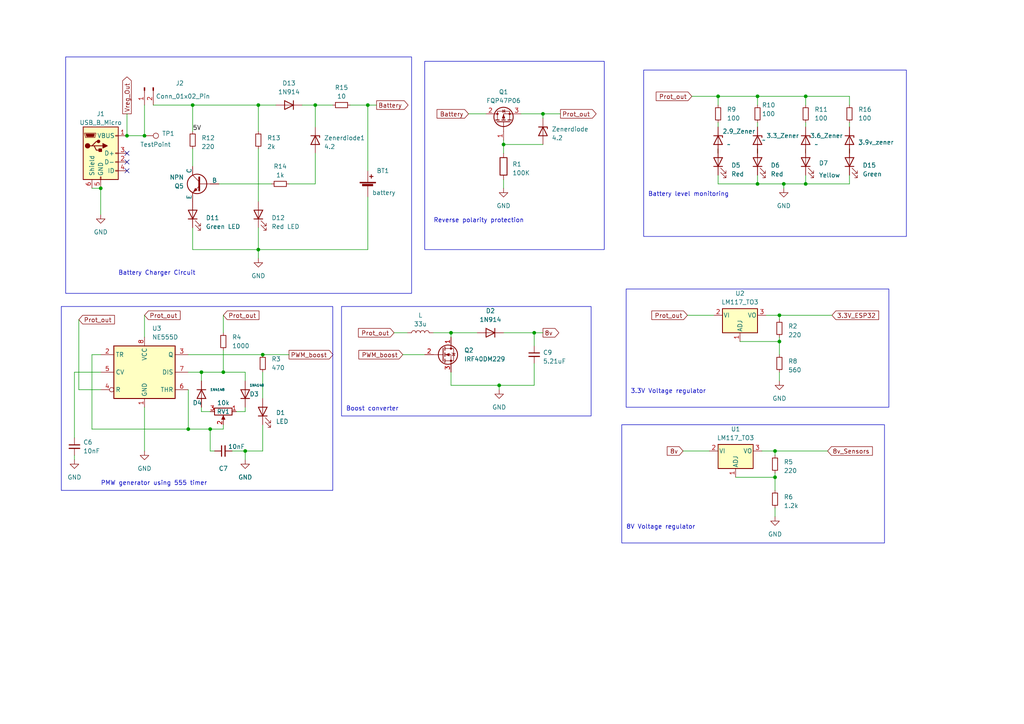
<source format=kicad_sch>
(kicad_sch (version 20230121) (generator eeschema)
  (paper "A4")
  (title_block (title "Group_03_Power_Submodule_design") (date "15/04/2024") (rev "1") (company "University Of Cape town ") (comment 1 "Loic Kibambo"))
  (lib_symbols
    (symbol "Connector:Conn_01x02_Pin" (pin_names (offset 1.016) hide)
      (property "Reference" "J" (at 0 2.54 0))
      (property "Value" "Conn_01x02_Pin" (at 0 -5.08 0))
      (symbol "Conn_01x02_Pin_1_1"
        (polyline (pts (xy 1.27 -2.54) (xy 0.8636 -2.54)) (stroke (width 0.1524)))
        (polyline (pts (xy 1.27 0) (xy 0.8636 0)) (stroke (width 0.1524)))
        (rectangle (start 0.8636 -2.413) (end 0 -2.667) (stroke (width 0.1524)) (fill (type outline)))
        (rectangle (start 0.8636 0.127) (end 0 -0.127) (stroke (width 0.1524)) (fill (type outline)))
        (pin passive line (at 5.08 0 180) (length 3.81) (name "Pin_1") (number "1"))
        (pin passive line (at 5.08 -2.54 180) (length 3.81) (name "Pin_2") (number "2"))
      )
    )
    (symbol "Connector:TestPoint" (pin_numbers hide) (pin_names (offset 0.762) hide)
      (property "Reference" "TP" (at 0 6.858 0))
      (property "Value" "TestPoint" (at 0 5.08 0))
      (symbol "TestPoint_0_1"
        (circle (center 0 3.302) (radius 0.762))
      )
      (symbol "TestPoint_1_1"
        (pin passive line (at 0 0 90) (length 2.54) (name "1") (number "1"))
      )
    )
    (symbol "Connector:USB_B_Micro" (pin_names (offset 1.016))
      (property "Reference" "J" (at -5.08 11.43 0))
      (property "Value" "USB_B_Micro" (at -5.08 8.89 0))
      (symbol "USB_B_Micro_0_1"
        (rectangle (start -5.08 -7.62) (end 5.08 7.62) (stroke (width 0.254)) (fill (type background)))
        (circle (center -3.81 2.159) (radius 0.635) (stroke (width 0.254)) (fill (type outline)))
        (circle (center -0.635 3.429) (radius 0.381) (stroke (width 0.254)) (fill (type outline)))
        (rectangle (start -0.127 -7.62) (end 0.127 -6.858))
        (polyline (pts (xy -1.905 2.159) (xy 0.635 2.159)) (stroke (width 0.254)))
        (polyline (pts (xy -3.175 2.159) (xy -2.54 2.159) (xy -1.27 3.429) (xy -0.635 3.429)) (stroke (width 0.254)))
        (polyline (pts (xy -2.54 2.159) (xy -1.905 2.159) (xy -1.27 0.889) (xy 0 0.889)) (stroke (width 0.254)))
        (polyline (pts (xy 0.635 2.794) (xy 0.635 1.524) (xy 1.905 2.159) (xy 0.635 2.794)) (stroke (width 0.254)) (fill (type outline)))
        (polyline (pts (xy -4.318 5.588) (xy -1.778 5.588) (xy -2.032 4.826) (xy -4.064 4.826) (xy -4.318 5.588)) (fill (type outline)))
        (polyline (pts (xy -4.699 5.842) (xy -4.699 5.588) (xy -4.445 4.826) (xy -4.445 4.572) (xy -1.651 4.572) (xy -1.651 4.826) (xy -1.397 5.588) (xy -1.397 5.842) (xy -4.699 5.842)))
        (rectangle (start 0.254 1.27) (end -0.508 0.508) (stroke (width 0.254)) (fill (type outline)))
        (rectangle (start 5.08 -5.207) (end 4.318 -4.953))
        (rectangle (start 5.08 -2.667) (end 4.318 -2.413))
        (rectangle (start 5.08 -0.127) (end 4.318 0.127))
        (rectangle (start 5.08 4.953) (end 4.318 5.207))
      )
      (symbol "USB_B_Micro_1_1"
        (pin power_out line (at 7.62 5.08 180) (length 2.54) (name "VBUS") (number "1"))
        (pin bidirectional line (at 7.62 -2.54 180) (length 2.54) (name "D-") (number "2"))
        (pin bidirectional line (at 7.62 0 180) (length 2.54) (name "D+") (number "3"))
        (pin passive line (at 7.62 -5.08 180) (length 2.54) (name "ID") (number "4"))
        (pin power_out line (at 0 -10.16 90) (length 2.54) (name "GND") (number "5"))
        (pin passive line (at -2.54 -10.16 90) (length 2.54) (name "Shield") (number "6"))
      )
    )
    (symbol "Device:Battery_Cell" (pin_numbers hide) (pin_names (offset 0) hide)
      (property "Reference" "BT" (at 2.54 2.54 0))
      (property "Value" "Battery_Cell" (at 2.54 0 0))
      (symbol "Battery_Cell_0_1"
        (rectangle (start -2.286 1.778) (end 2.286 1.524) (fill (type outline)))
        (rectangle (start -1.5748 1.1938) (end 1.4732 0.6858) (fill (type outline)))
        (polyline (pts (xy 0 0.762) (xy 0 0)))
        (polyline (pts (xy 0 1.778) (xy 0 2.54)))
        (polyline (pts (xy 0.508 3.429) (xy 1.524 3.429)) (stroke (width 0.254)))
        (polyline (pts (xy 1.016 3.937) (xy 1.016 2.921)) (stroke (width 0.254)))
      )
      (symbol "Battery_Cell_1_1"
        (pin passive line (at 0 5.08 270) (length 2.54) (name "+") (number "1"))
        (pin passive line (at 0 -2.54 90) (length 2.54) (name "-") (number "2"))
      )
    )
    (symbol "Device:C_Small" (pin_numbers hide) (pin_names (offset 0.254) hide)
      (property "Reference" "C" (at 0.254 1.778 0))
      (property "Value" "C_Small" (at 0.254 -2.032 0))
      (symbol "C_Small_0_1"
        (polyline (pts (xy -1.524 -0.508) (xy 1.524 -0.508)) (stroke (width 0.3302)))
        (polyline (pts (xy -1.524 0.508) (xy 1.524 0.508)) (stroke (width 0.3048)))
      )
      (symbol "C_Small_1_1"
        (pin passive line (at 0 2.54 270) (length 2.032) (name "~") (number "1"))
        (pin passive line (at 0 -2.54 90) (length 2.032) (name "~") (number "2"))
      )
    )
    (symbol "Device:D_Zener" (pin_numbers hide) (pin_names (offset 1.016) hide)
      (property "Reference" "D" (at 0 2.54 0))
      (property "Value" "D_Zener" (at 0 -2.54 0))
      (symbol "D_Zener_0_1"
        (polyline (pts (xy 1.27 0) (xy -1.27 0)))
        (polyline (pts (xy -1.27 -1.27) (xy -1.27 1.27) (xy -0.762 1.27)) (stroke (width 0.254)))
        (polyline (pts (xy 1.27 -1.27) (xy 1.27 1.27) (xy -1.27 0) (xy 1.27 -1.27)) (stroke (width 0.254)))
      )
      (symbol "D_Zener_1_1"
        (pin passive line (at -3.81 0 0) (length 2.54) (name "K") (number "1"))
        (pin passive line (at 3.81 0 180) (length 2.54) (name "A") (number "2"))
      )
    )
    (symbol "Device:L" (pin_numbers hide) (pin_names (offset 1.016) hide)
      (property "Reference" "L" (at -1.27 0 90))
      (property "Value" "L" (at 1.905 0 90))
      (symbol "L_0_1"
        (arc (start 0 -2.54) (mid 0.6323 -1.905) (end 0 -1.27))
        (arc (start 0 -1.27) (mid 0.6323 -0.635) (end 0 0))
        (arc (start 0 0) (mid 0.6323 0.635) (end 0 1.27))
        (arc (start 0 1.27) (mid 0.6323 1.905) (end 0 2.54))
      )
      (symbol "L_1_1"
        (pin passive line (at 0 3.81 270) (length 1.27) (name "1") (number "1"))
        (pin passive line (at 0 -3.81 90) (length 1.27) (name "2") (number "2"))
      )
    )
    (symbol "Device:LED" (pin_numbers hide) (pin_names (offset 1.016) hide)
      (property "Reference" "D" (at 0 2.54 0))
      (property "Value" "LED" (at 0 -2.54 0))
      (symbol "LED_0_1"
        (polyline (pts (xy -1.27 -1.27) (xy -1.27 1.27)) (stroke (width 0.254)))
        (polyline (pts (xy -1.27 0) (xy 1.27 0)))
        (polyline (pts (xy 1.27 -1.27) (xy 1.27 1.27) (xy -1.27 0) (xy 1.27 -1.27)) (stroke (width 0.254)))
        (polyline (pts (xy -3.048 -0.762) (xy -4.572 -2.286) (xy -3.81 -2.286) (xy -4.572 -2.286) (xy -4.572 -1.524)))
        (polyline (pts (xy -1.778 -0.762) (xy -3.302 -2.286) (xy -2.54 -2.286) (xy -3.302 -2.286) (xy -3.302 -1.524)))
      )
      (symbol "LED_1_1"
        (pin passive line (at -3.81 0 0) (length 2.54) (name "K") (number "1"))
        (pin passive line (at 3.81 0 180) (length 2.54) (name "A") (number "2"))
      )
    )
    (symbol "Device:R" (pin_numbers hide) (pin_names (offset 0))
      (property "Reference" "R" (at 2.032 0 90))
      (property "Value" "R" (at 0 0 90))
      (symbol "R_0_1"
        (rectangle (start -1.016 -2.54) (end 1.016 2.54) (stroke (width 0.254)))
      )
      (symbol "R_1_1"
        (pin passive line (at 0 3.81 270) (length 1.27) (name "~") (number "1"))
        (pin passive line (at 0 -3.81 90) (length 1.27) (name "~") (number "2"))
      )
    )
    (symbol "Device:R_Potentiometer" (pin_names (offset 1.016) hide)
      (property "Reference" "RV" (at -4.445 0 90))
      (property "Value" "R_Potentiometer" (at -2.54 0 90))
      (symbol "R_Potentiometer_0_1"
        (polyline (pts (xy 2.54 0) (xy 1.524 0)))
        (polyline (pts (xy 1.143 0) (xy 2.286 0.508) (xy 2.286 -0.508) (xy 1.143 0)) (fill (type outline)))
        (rectangle (start 1.016 2.54) (end -1.016 -2.54) (stroke (width 0.254)))
      )
      (symbol "R_Potentiometer_1_1"
        (pin passive line (at 0 3.81 270) (length 1.27) (name "1") (number "1"))
        (pin passive line (at 3.81 0 180) (length 1.27) (name "2") (number "2"))
        (pin passive line (at 0 -3.81 90) (length 1.27) (name "3") (number "3"))
      )
    )
    (symbol "Device:R_Small" (pin_numbers hide) (pin_names (offset 0.254) hide)
      (property "Reference" "R" (at 0.762 0.508 0))
      (property "Value" "R_Small" (at 0.762 -1.016 0))
      (symbol "R_Small_0_1"
        (rectangle (start -0.762 1.778) (end 0.762 -1.778) (stroke (width 0.2032)))
      )
      (symbol "R_Small_1_1"
        (pin passive line (at 0 2.54 270) (length 0.762) (name "~") (number "1"))
        (pin passive line (at 0 -2.54 90) (length 0.762) (name "~") (number "2"))
      )
    )
    (symbol "Diode:1N4148" (pin_numbers hide) (pin_names hide)
      (property "Reference" "D" (at 0 2.54 0))
      (property "Value" "1N4148" (at 0 -2.54 0))
      (symbol "1N4148_0_1"
        (polyline (pts (xy -1.27 1.27) (xy -1.27 -1.27)) (stroke (width 0.254)))
        (polyline (pts (xy 1.27 0) (xy -1.27 0)))
        (polyline (pts (xy 1.27 1.27) (xy 1.27 -1.27) (xy -1.27 0) (xy 1.27 1.27)) (stroke (width 0.254)))
      )
      (symbol "1N4148_1_1"
        (pin passive line (at -3.81 0 0) (length 2.54) (name "K") (number "1"))
        (pin passive line (at 3.81 0 180) (length 2.54) (name "A") (number "2"))
      )
    )
    (symbol "Diode:1N914" (pin_numbers hide) (pin_names hide)
      (property "Reference" "D" (at 0 2.54 0))
      (property "Value" "1N914" (at 0 -2.54 0))
      (symbol "1N914_0_1"
        (polyline (pts (xy -1.27 1.27) (xy -1.27 -1.27)) (stroke (width 0.254)))
        (polyline (pts (xy 1.27 0) (xy -1.27 0)))
        (polyline (pts (xy 1.27 1.27) (xy 1.27 -1.27) (xy -1.27 0) (xy 1.27 1.27)) (stroke (width 0.254)))
      )
      (symbol "1N914_1_1"
        (pin passive line (at -3.81 0 0) (length 2.54) (name "K") (number "1"))
        (pin passive line (at 3.81 0 180) (length 2.54) (name "A") (number "2"))
      )
    )
    (symbol "Regulator_Linear:LM117_TO3" (pin_names (offset 0.254))
      (property "Reference" "U" (at -3.81 3.175 0))
      (property "Value" "LM117_TO3" (at 0 3.175 0))
      (symbol "LM117_TO3_0_1"
        (rectangle (start -5.08 1.905) (end 5.08 -5.08) (stroke (width 0.254)) (fill (type background)))
      )
      (symbol "LM117_TO3_1_1"
        (pin input line (at 0 -7.62 90) (length 2.54) (name "ADJ") (number "1"))
        (pin power_in line (at -7.62 0 0) (length 2.54) (name "VI") (number "2"))
        (pin power_out line (at 7.62 0 180) (length 2.54) (name "VO") (number "3"))
      )
    )
    (symbol "Simulation_SPICE:NPN" (pin_numbers hide) (pin_names (offset 0))
      (property "Reference" "Q" (at -2.54 7.62 0))
      (property "Value" "NPN" (at -2.54 5.08 0))
      (symbol "NPN_0_1"
        (polyline (pts (xy -2.54 0) (xy 0.635 0)) (stroke (width 0.1524)))
        (polyline (pts (xy 0.635 0.635) (xy 2.54 2.54)))
        (polyline (pts (xy 2.794 -1.27) (xy 2.794 -1.27)) (stroke (width 0.1524)))
        (polyline (pts (xy 2.794 -1.27) (xy 2.794 -1.27)) (stroke (width 0.1524)))
        (polyline (pts (xy 0.635 -0.635) (xy 2.54 -2.54) (xy 2.54 -2.54)))
        (polyline (pts (xy 0.635 1.905) (xy 0.635 -1.905) (xy 0.635 -1.905)) (stroke (width 0.508)))
        (polyline (pts (xy 1.27 -1.778) (xy 1.778 -1.27) (xy 2.286 -2.286) (xy 1.27 -1.778) (xy 1.27 -1.778)) (fill (type outline)))
        (circle (center 1.27 0) (radius 2.8194) (stroke (width 0.254)))
      )
      (symbol "NPN_1_1"
        (pin open_collector line (at 2.54 5.08 270) (length 2.54) (name "C") (number "1"))
        (pin input line (at -5.08 0 0) (length 2.54) (name "B") (number "2"))
        (pin open_emitter line (at 2.54 -5.08 90) (length 2.54) (name "E") (number "3"))
      )
    )
    (symbol "Timer:NE555D"
      (property "Reference" "U" (at -10.16 8.89 0))
      (property "Value" "NE555D" (at 2.54 8.89 0))
      (symbol "NE555D_0_0"
        (pin power_in line (at 0 -10.16 90) (length 2.54) (name "GND") (number "1"))
        (pin power_in line (at 0 10.16 270) (length 2.54) (name "VCC") (number "8"))
      )
      (symbol "NE555D_0_1"
        (rectangle (start -8.89 -7.62) (end 8.89 7.62) (stroke (width 0.254)) (fill (type background)))
        (rectangle (start -8.89 -7.62) (end 8.89 7.62) (stroke (width 0.254)) (fill (type background)))
      )
      (symbol "NE555D_1_1"
        (pin input line (at -12.7 5.08 0) (length 3.81) (name "TR") (number "2"))
        (pin output line (at 12.7 5.08 180) (length 3.81) (name "Q") (number "3"))
        (pin input inverted (at -12.7 -5.08 0) (length 3.81) (name "R") (number "4"))
        (pin input line (at -12.7 0 0) (length 3.81) (name "CV") (number "5"))
        (pin input line (at 12.7 -5.08 180) (length 3.81) (name "THR") (number "6"))
        (pin input line (at 12.7 0 180) (length 3.81) (name "DIS") (number "7"))
      )
    )
    (symbol "Transistor_FET:FQP27P06" (pin_names hide)
      (property "Reference" "Q" (at 5.08 1.905 0))
      (property "Value" "FQP27P06" (at 5.08 0 0))
      (symbol "FQP27P06_0_1"
        (polyline (pts (xy 0.254 0) (xy -2.54 0)))
        (polyline (pts (xy 0.254 1.905) (xy 0.254 -1.905)) (stroke (width 0.254)))
        (polyline (pts (xy 0.762 -1.27) (xy 0.762 -2.286)) (stroke (width 0.254)))
        (polyline (pts (xy 0.762 0.508) (xy 0.762 -0.508)) (stroke (width 0.254)))
        (polyline (pts (xy 0.762 2.286) (xy 0.762 1.27)) (stroke (width 0.254)))
        (polyline (pts (xy 2.54 2.54) (xy 2.54 1.778)))
        (polyline (pts (xy 2.54 -2.54) (xy 2.54 0) (xy 0.762 0)))
        (polyline (pts (xy 0.762 1.778) (xy 3.302 1.778) (xy 3.302 -1.778) (xy 0.762 -1.778)))
        (polyline (pts (xy 2.286 0) (xy 1.27 0.381) (xy 1.27 -0.381) (xy 2.286 0)) (fill (type outline)))
        (polyline (pts (xy 2.794 -0.508) (xy 2.921 -0.381) (xy 3.683 -0.381) (xy 3.81 -0.254)))
        (polyline (pts (xy 3.302 -0.381) (xy 2.921 0.254) (xy 3.683 0.254) (xy 3.302 -0.381)))
        (circle (center 1.651 0) (radius 2.794) (stroke (width 0.254)))
        (circle (center 2.54 -1.778) (radius 0.254) (fill (type outline)))
        (circle (center 2.54 1.778) (radius 0.254) (fill (type outline)))
      )
      (symbol "FQP27P06_1_1"
        (pin input line (at -5.08 0 0) (length 2.54) (name "G") (number "1"))
        (pin passive line (at 2.54 5.08 270) (length 2.54) (name "D") (number "2"))
        (pin passive line (at 2.54 -5.08 90) (length 2.54) (name "S") (number "3"))
      )
    )
    (symbol "Transistor_FET:IRF40DM229" (pin_names hide)
      (property "Reference" "Q" (at 5.08 1.905 0))
      (property "Value" "IRF40DM229" (at 5.08 0 0))
      (symbol "IRF40DM229_0_1"
        (polyline (pts (xy 0.254 0) (xy -2.54 0)))
        (polyline (pts (xy 0.254 1.905) (xy 0.254 -1.905)) (stroke (width 0.254)))
        (polyline (pts (xy 0.762 -1.27) (xy 0.762 -2.286)) (stroke (width 0.254)))
        (polyline (pts (xy 0.762 0.508) (xy 0.762 -0.508)) (stroke (width 0.254)))
        (polyline (pts (xy 0.762 2.286) (xy 0.762 1.27)) (stroke (width 0.254)))
        (polyline (pts (xy 2.54 2.54) (xy 2.54 1.778)))
        (polyline (pts (xy 2.54 -2.54) (xy 2.54 0) (xy 0.762 0)))
        (polyline (pts (xy 0.762 -1.778) (xy 3.302 -1.778) (xy 3.302 1.778) (xy 0.762 1.778)))
        (polyline (pts (xy 1.016 0) (xy 2.032 0.381) (xy 2.032 -0.381) (xy 1.016 0)) (fill (type outline)))
        (polyline (pts (xy 2.794 0.508) (xy 2.921 0.381) (xy 3.683 0.381) (xy 3.81 0.254)))
        (polyline (pts (xy 3.302 0.381) (xy 2.921 -0.254) (xy 3.683 -0.254) (xy 3.302 0.381)))
        (circle (center 1.651 0) (radius 2.794) (stroke (width 0.254)))
        (circle (center 2.54 -1.778) (radius 0.254) (fill (type outline)))
        (circle (center 2.54 1.778) (radius 0.254) (fill (type outline)))
      )
      (symbol "IRF40DM229_1_1"
        (pin passive line (at 2.54 5.08 270) (length 2.54) (name "D") (number "1"))
        (pin input line (at -5.08 0 0) (length 2.54) (name "G") (number "2"))
        (pin passive line (at 2.54 -5.08 90) (length 2.54) (name "S") (number "3"))
      )
    )
    (symbol "power:GND" (power) (pin_names (offset 0))
      (property "Value" "GND" (at 0 -3.81 0))
      (symbol "GND_0_1"
        (polyline (pts (xy 0 0) (xy 0 -1.27) (xy 1.27 -1.27) (xy 0 -2.54) (xy -1.27 -1.27) (xy 0 -1.27)))
      )
      (symbol "GND_1_1"
        (pin power_in line (at 0 0 270) (length 0) hide (name "GND") (number "1"))
      )
    )
  )
  (junction (at 233.68 53.34))
  (junction (at 55.88 30.48))
  (junction (at 74.93 30.48))
  (junction (at 219.71 53.34))
  (junction (at 208.28 27.94))
  (junction (at 154.94 96.52))
  (junction (at 146.05 41.91))
  (junction (at 224.79 138.43))
  (junction (at 64.77 107.95))
  (junction (at 41.91 39.37))
  (junction (at 58.42 107.95))
  (junction (at 144.78 111.76))
  (junction (at 233.68 27.94))
  (junction (at 91.44 30.48))
  (junction (at 219.71 27.94))
  (junction (at 74.93 72.39))
  (junction (at 60.96 124.46))
  (junction (at 106.68 30.48))
  (junction (at 54.61 124.46))
  (junction (at 29.21 54.61))
  (junction (at 76.2 102.87))
  (junction (at 224.79 130.81))
  (junction (at 226.06 99.06))
  (junction (at 226.06 91.44))
  (junction (at 71.12 130.81))
  (junction (at 36.83 39.37))
  (junction (at 130.81 96.52))
  (junction (at 227.33 53.34))
  (junction (at 157.48 33.02))
  (no_connect (at 36.83 49.53))
  (no_connect (at 36.83 44.45))
  (no_connect (at 36.83 46.99))
  (wire (pts (xy 219.71 53.34) (xy 219.71 50.8)))
  (wire (pts (xy 55.88 30.48) (xy 74.93 30.48)))
  (wire (pts (xy 224.79 132.08) (xy 224.79 130.81)))
  (wire (pts (xy 76.2 130.81) (xy 71.12 130.81)))
  (wire (pts (xy 224.79 130.81) (xy 220.98 130.81)))
  (wire (pts (xy 208.28 30.48) (xy 208.28 27.94)))
  (wire (pts (xy 64.77 123.19) (xy 64.77 124.46)))
  (wire (pts (xy 64.77 91.44) (xy 64.77 96.52)))
  (wire (pts (xy 114.3 96.52) (xy 118.11 96.52)))
  (wire (pts (xy 246.38 53.34) (xy 246.38 50.8)))
  (wire (pts (xy 26.67 102.87) (xy 26.67 124.46)))
  (wire (pts (xy 233.68 53.34) (xy 233.68 50.8)))
  (wire (pts (xy 226.06 107.95) (xy 226.06 110.49)))
  (wire (pts (xy 71.12 107.95) (xy 71.12 110.49)))
  (wire (pts (xy 60.96 130.81) (xy 60.96 124.46)))
  (wire (pts (xy 63.5 53.34) (xy 78.74 53.34)))
  (wire (pts (xy 41.91 30.48) (xy 41.91 39.37)))
  (wire (pts (xy 91.44 30.48) (xy 91.44 36.83)))
  (wire (pts (xy 91.44 53.34) (xy 83.82 53.34)))
  (wire (pts (xy 226.06 91.44) (xy 241.3 91.44)))
  (wire (pts (xy 208.28 53.34) (xy 208.28 50.8)))
  (wire (pts (xy 214.63 99.06) (xy 226.06 99.06)))
  (wire (pts (xy 101.6 30.48) (xy 106.68 30.48)))
  (wire (pts (xy 125.73 96.52) (xy 130.81 96.52)))
  (wire (pts (xy 198.12 130.81) (xy 205.74 130.81)))
  (wire (pts (xy 200.66 27.94) (xy 208.28 27.94)))
  (wire (pts (xy 233.68 53.34) (xy 246.38 53.34)))
  (wire (pts (xy 154.94 96.52) (xy 157.48 96.52)))
  (wire (pts (xy 91.44 30.48) (xy 96.52 30.48)))
  (wire (pts (xy 36.83 33.02) (xy 36.83 39.37)))
  (wire (pts (xy 226.06 92.71) (xy 226.06 91.44)))
  (wire (pts (xy 58.42 119.38) (xy 58.42 118.11)))
  (wire (pts (xy 219.71 27.94) (xy 219.71 30.48)))
  (wire (pts (xy 227.33 53.34) (xy 233.68 53.34)))
  (wire (pts (xy 58.42 110.49) (xy 58.42 107.95)))
  (wire (pts (xy 208.28 53.34) (xy 219.71 53.34)))
  (wire (pts (xy 146.05 96.52) (xy 154.94 96.52)))
  (wire (pts (xy 54.61 113.03) (xy 54.61 124.46)))
  (wire (pts (xy 74.93 72.39) (xy 106.68 72.39)))
  (wire (pts (xy 55.88 66.04) (xy 55.88 72.39)))
  (wire (pts (xy 227.33 54.61) (xy 227.33 53.34)))
  (wire (pts (xy 54.61 102.87) (xy 76.2 102.87)))
  (wire (pts (xy 219.71 43.18) (xy 219.71 44.45)))
  (wire (pts (xy 71.12 119.38) (xy 68.58 119.38)))
  (wire (pts (xy 54.61 107.95) (xy 58.42 107.95)))
  (wire (pts (xy 224.79 137.16) (xy 224.79 138.43)))
  (wire (pts (xy 130.81 111.76) (xy 144.78 111.76)))
  (wire (pts (xy 227.33 53.34) (xy 219.71 53.34)))
  (wire (pts (xy 208.28 35.56) (xy 208.28 36.83)))
  (wire (pts (xy 71.12 130.81) (xy 71.12 133.35)))
  (wire (pts (xy 74.93 74.93) (xy 74.93 72.39)))
  (wire (pts (xy 76.2 107.95) (xy 76.2 115.57)))
  (wire (pts (xy 233.68 27.94) (xy 233.68 30.48)))
  (wire (pts (xy 246.38 27.94) (xy 233.68 27.94)))
  (wire (pts (xy 41.91 118.11) (xy 41.91 130.81)))
  (wire (pts (xy 29.21 102.87) (xy 26.67 102.87)))
  (wire (pts (xy 21.59 107.95) (xy 29.21 107.95)))
  (wire (pts (xy 58.42 107.95) (xy 64.77 107.95)))
  (wire (pts (xy 21.59 127) (xy 21.59 107.95)))
  (wire (pts (xy 74.93 66.04) (xy 74.93 72.39)))
  (wire (pts (xy 157.48 33.02) (xy 157.48 34.29)))
  (wire (pts (xy 157.48 33.02) (xy 162.56 33.02)))
  (wire (pts (xy 208.28 44.45) (xy 208.28 43.18)))
  (wire (pts (xy 106.68 30.48) (xy 109.22 30.48)))
  (wire (pts (xy 146.05 41.91) (xy 146.05 44.45)))
  (wire (pts (xy 213.36 138.43) (xy 224.79 138.43)))
  (wire (pts (xy 41.91 91.44) (xy 41.91 97.79)))
  (wire (pts (xy 208.28 27.94) (xy 219.71 27.94)))
  (wire (pts (xy 60.96 124.46) (xy 54.61 124.46)))
  (wire (pts (xy 226.06 99.06) (xy 226.06 102.87)))
  (wire (pts (xy 91.44 44.45) (xy 91.44 53.34)))
  (wire (pts (xy 62.23 130.81) (xy 60.96 130.81)))
  (wire (pts (xy 154.94 96.52) (xy 154.94 100.33)))
  (wire (pts (xy 130.81 111.76) (xy 130.81 107.95)))
  (wire (pts (xy 135.89 33.02) (xy 140.97 33.02)))
  (wire (pts (xy 76.2 123.19) (xy 76.2 130.81)))
  (wire (pts (xy 74.93 30.48) (xy 80.01 30.48)))
  (wire (pts (xy 130.81 97.79) (xy 130.81 96.52)))
  (wire (pts (xy 64.77 101.6) (xy 64.77 107.95)))
  (wire (pts (xy 224.79 138.43) (xy 224.79 142.24)))
  (wire (pts (xy 29.21 113.03) (xy 22.86 113.03)))
  (wire (pts (xy 67.31 130.81) (xy 71.12 130.81)))
  (wire (pts (xy 74.93 38.1) (xy 74.93 30.48)))
  (wire (pts (xy 74.93 43.18) (xy 74.93 58.42)))
  (wire (pts (xy 233.68 35.56) (xy 233.68 36.83)))
  (wire (pts (xy 36.83 39.37) (xy 41.91 39.37)))
  (wire (pts (xy 76.2 102.87) (xy 83.82 102.87)))
  (wire (pts (xy 116.84 102.87) (xy 123.19 102.87)))
  (wire (pts (xy 29.21 54.61) (xy 29.21 62.23)))
  (wire (pts (xy 219.71 35.56) (xy 219.71 36.83)))
  (wire (pts (xy 60.96 119.38) (xy 58.42 119.38)))
  (wire (pts (xy 130.81 96.52) (xy 138.43 96.52)))
  (wire (pts (xy 219.71 27.94) (xy 233.68 27.94)))
  (wire (pts (xy 151.13 33.02) (xy 157.48 33.02)))
  (wire (pts (xy 26.67 124.46) (xy 54.61 124.46)))
  (wire (pts (xy 26.67 54.61) (xy 29.21 54.61)))
  (wire (pts (xy 146.05 52.07) (xy 146.05 54.61)))
  (wire (pts (xy 226.06 91.44) (xy 222.25 91.44)))
  (wire (pts (xy 21.59 133.35) (xy 21.59 132.08)))
  (wire (pts (xy 246.38 35.56) (xy 246.38 36.83)))
  (wire (pts (xy 154.94 111.76) (xy 144.78 111.76)))
  (wire (pts (xy 224.79 147.32) (xy 224.79 149.86)))
  (wire (pts (xy 55.88 30.48) (xy 55.88 38.1)))
  (wire (pts (xy 22.86 92.71) (xy 22.86 113.03)))
  (wire (pts (xy 199.39 91.44) (xy 207.01 91.44)))
  (wire (pts (xy 106.68 30.48) (xy 106.68 49.53)))
  (wire (pts (xy 64.77 107.95) (xy 71.12 107.95)))
  (wire (pts (xy 246.38 44.45) (xy 246.38 43.18)))
  (wire (pts (xy 55.88 43.18) (xy 55.88 48.26)))
  (wire (pts (xy 144.78 111.76) (xy 144.78 113.03)))
  (wire (pts (xy 246.38 30.48) (xy 246.38 27.94)))
  (wire (pts (xy 71.12 119.38) (xy 71.12 118.11)))
  (wire (pts (xy 106.68 57.15) (xy 106.68 72.39)))
  (wire (pts (xy 146.05 40.64) (xy 146.05 41.91)))
  (wire (pts (xy 146.05 41.91) (xy 157.48 41.91)))
  (wire (pts (xy 44.45 30.48) (xy 55.88 30.48)))
  (wire (pts (xy 55.88 72.39) (xy 74.93 72.39)))
  (wire (pts (xy 224.79 130.81) (xy 240.03 130.81)))
  (wire (pts (xy 154.94 105.41) (xy 154.94 111.76)))
  (wire (pts (xy 87.63 30.48) (xy 91.44 30.48)))
  (wire (pts (xy 64.77 124.46) (xy 60.96 124.46)))
  (wire (pts (xy 233.68 43.18) (xy 233.68 44.45)))
  (wire (pts (xy 226.06 97.79) (xy 226.06 99.06)))
  (rectangle (start 99.06 88.9) (end 171.45 120.65))
  (rectangle (start 180.34 123.19) (end 256.54 157.48))
  (rectangle (start 186.69 20.32) (end 262.89 68.58))
  (rectangle (start 181.61 83.82) (end 257.81 118.11))
  (rectangle (start 123.19 17.78) (end 175.26 72.39))
  (rectangle (start 17.78 88.9) (end 96.52 142.24))
  (rectangle (start 19.05 16.51) (end 119.38 85.09))
  (text "Battery level monitoring" (at 187.96 57.15 0) (effects (font (size 1.27 1.27)) (justify left bottom)))
  (text "Battery Charger Circuit " (at 34.29 80.01 0) (effects (font (size 1.27 1.27)) (justify left bottom)))
  (text "8V Voltage regulator" (at 181.61 153.67 0) (effects (font (size 1.27 1.27)) (justify left bottom)))
  (text "PMW generator using 555 timer " (at 29.21 140.97 0) (effects (font (size 1.27 1.27)) (justify left bottom)))
  (text "3.3V Voltage regulator" (at 182.88 114.3 0) (effects (font (size 1.27 1.27)) (justify left bottom)))
  (text "Boost converter" (at 100.33 119.38 0) (effects (font (size 1.27 1.27)) (justify left bottom)))
  (text "Reverse polarity protection" (at 125.73 64.77 0) (effects (font (size 1.27 1.27)) (justify left bottom)))
  (label "5V" (at 55.88 38.1 0))
  (global_label "Prot_out" (shape input) (at 41.91 91.44 0) (property "Intersheetrefs" "${INTERSHEET_REFS}" (effects hide)))
  (global_label "Battery" (shape input) (at 135.89 33.02 180) (property "Intersheetrefs" "${INTERSHEET_REFS}" (effects hide)))
  (global_label "Prot_out" (shape input) (at 64.77 91.44 0) (property "Intersheetrefs" "${INTERSHEET_REFS}" (effects hide)))
  (global_label "8v" (shape output) (at 157.48 96.52 0) (property "Intersheetrefs" "${INTERSHEET_REFS}" (effects hide)))
  (global_label "8v_Sensors" (shape input) (at 240.03 130.81 0) (property "Intersheetrefs" "${INTERSHEET_REFS}" (effects hide)))
  (global_label "Vreg_Out" (shape output) (at 36.83 33.02 90) (property "Intersheetrefs" "${INTERSHEET_REFS}" (effects hide)))
  (global_label "Battery" (shape output) (at 109.22 30.48 0) (property "Intersheetrefs" "${INTERSHEET_REFS}" (effects hide)))
  (global_label "Prot_out" (shape input) (at 114.3 96.52 180) (property "Intersheetrefs" "${INTERSHEET_REFS}" (effects hide)))
  (global_label "PWM_boost" (shape input) (at 116.84 102.87 180) (property "Intersheetrefs" "${INTERSHEET_REFS}" (effects hide)))
  (global_label "Prot_out" (shape output) (at 162.56 33.02 0) (property "Intersheetrefs" "${INTERSHEET_REFS}" (effects hide)))
  (global_label "8v" (shape input) (at 198.12 130.81 180) (property "Intersheetrefs" "${INTERSHEET_REFS}" (effects hide)))
  (global_label "PWM_boost" (shape output) (at 83.82 102.87 0) (property "Intersheetrefs" "${INTERSHEET_REFS}" (effects hide)))
  (global_label "Prot_out" (shape input) (at 199.39 91.44 180) (property "Intersheetrefs" "${INTERSHEET_REFS}" (effects hide)))
  (global_label "Prot_out" (shape input) (at 22.86 92.71 0) (property "Intersheetrefs" "${INTERSHEET_REFS}" (effects hide)))
  (global_label "3.3V_ESP32" (shape input) (at 241.3 91.44 0) (property "Intersheetrefs" "${INTERSHEET_REFS}" (effects hide)))
  (global_label "Prot_out" (shape input) (at 200.66 27.94 180) (property "Intersheetrefs" "${INTERSHEET_REFS}" (effects hide)))
  (symbol (lib_id "Device:R_Small") (at 226.06 105.41 0) (unit 1)
    (property "Reference" "R8" (at 228.6 104.775 0) (effects (justify left)))
    (property "Value" "560" (at 228.6 107.315 0) (effects (justify left)))
  )
  (symbol (lib_id "Device:D_Zener") (at 208.28 40.64 270) (unit 1)
    (property "Reference" "2.9_Zener" (at 209.55 38.1 90) (effects (justify left)))
    (property "Value" "~" (at 210.82 41.91 90) (effects (justify left)))
  )
  (symbol (lib_id "power:GND") (at 41.91 130.81 0) (unit 1)
    (property "Reference" "#PWR04" (effects hide))
    (property "Value" "GND" (at 41.91 135.89 0))
  )
  (symbol (lib_id "power:GND") (at 74.93 74.93 0) (unit 1)
    (property "Reference" "#PWR010" (effects hide))
    (property "Value" "GND" (at 74.93 80.01 0))
  )
  (symbol (lib_id "power:GND") (at 21.59 133.35 0) (unit 1)
    (property "Reference" "#PWR011" (effects hide))
    (property "Value" "GND" (at 21.59 138.43 0))
  )
  (symbol (lib_id "Device:LED") (at 76.2 119.38 90) (unit 1)
    (property "Reference" "D1" (at 80.01 119.6975 90) (effects (justify right)))
    (property "Value" "LED" (at 80.01 122.2375 90) (effects (justify right)))
  )
  (symbol (lib_id "Device:R_Small") (at 76.2 105.41 0) (unit 1)
    (property "Reference" "R3" (at 78.74 104.14 0) (effects (justify left)))
    (property "Value" "470" (at 78.74 106.68 0) (effects (justify left)))
  )
  (symbol (lib_id "Connector:TestPoint") (at 41.91 39.37 270) (unit 1)
    (property "Reference" "TP1" (at 46.99 38.735 90) (effects (justify left)))
    (property "Value" "TestPoint" (at 40.64 41.91 90) (effects (justify left)))
    (property "Footprint" "TestPoint:TestPoint_2Pads_Pitch2.54mm_Drill0.8mm" (effects hide))
  )
  (symbol (lib_id "power:GND") (at 144.78 113.03 0) (unit 1)
    (property "Reference" "#PWR07" (effects hide))
    (property "Value" "GND" (at 144.78 118.11 0))
  )
  (symbol (lib_id "Device:LED") (at 233.68 46.99 90) (unit 1)
    (property "Reference" "D7" (at 237.49 47.3075 90) (effects (justify right)))
    (property "Value" "Yellow" (at 237.49 50.8 90) (effects (justify right)))
  )
  (symbol (lib_id "Device:R_Small") (at 208.28 33.02 0) (unit 1)
    (property "Reference" "R9" (at 210.82 31.75 0) (effects (justify left)))
    (property "Value" "100" (at 210.82 34.29 0) (effects (justify left)))
  )
  (symbol (lib_id "Device:D_Zener") (at 246.38 40.64 270) (unit 1)
    (property "Reference" "3.9v_zener" (at 248.92 41.275 90) (effects (justify left)))
    (property "Value" "~" (at 248.92 41.91 90) (effects (justify left)))
  )
  (symbol (lib_id "Device:D_Zener") (at 219.71 40.64 270) (unit 1)
    (property "Reference" "3.3_Zener" (at 222.25 39.37 90) (effects (justify left)))
    (property "Value" "~" (at 220.98 40.64 90) (effects (justify left)))
  )
  (symbol (lib_id "Diode:1N914") (at 83.82 30.48 0) (mirror y) (unit 1)
    (property "Reference" "D13" (at 83.82 24.13 0))
    (property "Value" "1N914" (at 83.82 26.67 0))
    (property "Footprint" "Diode_THT:D_DO-35_SOD27_P7.62mm_Horizontal" (effects hide))
    (property "Datasheet" "http://www.vishay.com/docs/85622/1n914.pdf" (effects hide))
    (property "Sim.Device" "D" (effects hide))
    (property "Sim.Pins" "1=K 2=A" (effects hide))
  )
  (symbol (lib_id "Device:L") (at 121.92 96.52 90) (unit 1)
    (property "Reference" "L" (at 121.92 91.44 90))
    (property "Value" "33u" (at 121.92 93.98 90))
  )
  (symbol (lib_id "Diode:1N4148") (at 58.42 114.3 270) (unit 1)
    (property "Reference" "D4" (at 55.88 116.84 90) (effects (justify left)))
    (property "Value" "1N4148" (at 60.96 113.03 90) (effects (font (size 0.7 0.7)) (justify left)))
    (property "Footprint" "Diode_THT:D_DO-35_SOD27_P7.62mm_Horizontal" (effects hide))
    (property "Datasheet" "https://assets.nexperia.com/documents/data-sheet/1N4148_1N4448.pdf" (effects hide))
    (property "Sim.Device" "D" (effects hide))
    (property "Sim.Pins" "1=K 2=A" (effects hide))
  )
  (symbol (lib_id "Device:R_Small") (at 233.68 33.02 0) (unit 1)
    (property "Reference" "R11" (at 236.22 31.75 0) (effects (justify left)))
    (property "Value" "100" (at 236.22 34.29 0) (effects (justify left)))
  )
  (symbol (lib_id "Device:R_Small") (at 55.88 40.64 0) (unit 1)
    (property "Reference" "R12" (at 58.42 40.005 0) (effects (justify left)))
    (property "Value" "220" (at 58.42 42.545 0) (effects (justify left)))
  )
  (symbol (lib_id "Device:LED") (at 74.93 62.23 90) (unit 1)
    (property "Reference" "D12" (at 78.74 63.1825 90) (effects (justify right)))
    (property "Value" "Red LED" (at 78.74 65.7225 90) (effects (justify right)))
  )
  (symbol (lib_id "Timer:NE555D") (at 41.91 107.95 0) (unit 1)
    (property "Reference" "U3" (at 44.1041 95.25 0) (effects (justify left)))
    (property "Value" "NE555D" (at 44.1041 97.79 0) (effects (justify left)))
    (property "Footprint" "Package_SO:SOIC-8_3.9x4.9mm_P1.27mm" (effects hide))
    (property "Datasheet" "http://www.ti.com/lit/ds/symlink/ne555.pdf" (effects hide))
  )
  (symbol (lib_id "Device:R_Small") (at 64.77 99.06 0) (unit 1)
    (property "Reference" "R4" (at 67.31 97.79 0) (effects (justify left)))
    (property "Value" "1000" (at 67.31 100.33 0) (effects (justify left)))
  )
  (symbol (lib_id "power:GND") (at 29.21 62.23 0) (unit 1)
    (property "Reference" "#PWR09" (effects hide))
    (property "Value" "GND" (at 29.21 67.31 0))
  )
  (symbol (lib_id "Simulation_SPICE:NPN") (at 58.42 53.34 0) (mirror y) (unit 1)
    (property "Reference" "Q5" (at 53.34 53.975 0) (effects (justify left)))
    (property "Value" "NPN" (at 53.34 51.435 0) (effects (justify left)))
    (property "Sim.Device" "NPN" (effects hide))
    (property "Sim.Type" "GUMMELPOON" (effects hide))
    (property "Sim.Pins" "1=C 2=B 3=E" (effects hide))
  )
  (symbol (lib_id "Device:R_Small") (at 224.79 144.78 0) (unit 1)
    (property "Reference" "R6" (at 227.33 144.145 0) (effects (justify left)))
    (property "Value" "1.2k" (at 227.33 146.685 0) (effects (justify left)))
  )
  (symbol (lib_id "Device:LED") (at 246.38 46.99 90) (unit 1)
    (property "Reference" "D15" (at 250.19 47.9425 90) (effects (justify right)))
    (property "Value" "Green" (at 250.19 50.4825 90) (effects (justify right)))
  )
  (symbol (lib_id "Device:R_Small") (at 99.06 30.48 90) (unit 1)
    (property "Reference" "R15" (at 99.06 25.4 90))
    (property "Value" "10" (at 99.06 27.94 90))
  )
  (symbol (lib_id "Diode:1N4148") (at 71.12 114.3 90) (unit 1)
    (property "Reference" "D3" (at 72.39 114.3 90) (effects (justify right)))
    (property "Value" "1N4148" (at 72.39 111.76 90) (effects (font (size 0.7 0.7)) (justify right)))
    (property "Footprint" "Diode_THT:D_DO-35_SOD27_P7.62mm_Horizontal" (effects hide))
    (property "Datasheet" "https://assets.nexperia.com/documents/data-sheet/1N4148_1N4448.pdf" (effects hide))
    (property "Sim.Device" "D" (effects hide))
    (property "Sim.Pins" "1=K 2=A" (effects hide))
  )
  (symbol (lib_id "Regulator_Linear:LM117_TO3") (at 213.36 130.81 0) (unit 1)
    (property "Reference" "U1" (at 213.36 124.46 0))
    (property "Value" "LM117_TO3" (at 213.36 127 0))
    (property "Footprint" "Package_TO_SOT_THT:TO-3" (effects hide))
    (property "Datasheet" "http://www.ti.com/lit/ds/symlink/lm317.pdf" (effects hide))
  )
  (symbol (lib_id "Device:C_Small") (at 64.77 130.81 90) (unit 1)
    (property "Reference" "C7" (at 64.77 135.89 90))
    (property "Value" "10nF" (at 68.58 129.54 90))
  )
  (symbol (lib_id "Device:R_Small") (at 219.71 33.02 0) (unit 1)
    (property "Reference" "R10" (at 220.98 30.48 0) (effects (justify left)))
    (property "Value" "100" (at 220.98 33.02 0) (effects (justify left)))
  )
  (symbol (lib_id "Device:R_Small") (at 226.06 95.25 0) (unit 1)
    (property "Reference" "R2" (at 228.6 94.615 0) (effects (justify left)))
    (property "Value" "220" (at 228.6 97.155 0) (effects (justify left)))
  )
  (symbol (lib_id "power:GND") (at 226.06 110.49 0) (unit 1)
    (property "Reference" "#PWR02" (effects hide))
    (property "Value" "GND" (at 226.06 115.57 0))
  )
  (symbol (lib_id "Device:C_Small") (at 21.59 129.54 0) (unit 1)
    (property "Reference" "C6" (at 24.13 128.2763 0) (effects (justify left)))
    (property "Value" "10nF" (at 24.13 130.8163 0) (effects (justify left)))
  )
  (symbol (lib_id "Connector:Conn_01x02_Pin") (at 41.91 25.4 90) (mirror x) (unit 1)
    (property "Reference" "J2" (at 53.34 24.13 90) (effects (justify left)))
    (property "Value" "Conn_01x02_Pin" (at 60.96 27.94 90) (effects (justify left)))
    (property "Footprint" "Connector_PinHeader_2.54mm:PinHeader_1x02_P2.54mm_Vertical" (effects hide))
    (property "Datasheet" "https://datasheet.lcsc.com/lcsc/2207291800_ZHOURI-2-54-1-2_C5116481.pdf" (effects hide))
    (property "Description" "Plugin,P=2.54mm Pin Headers ROHS" (effects hide))
    (property "Manufacturer_Part_Number" "C5116481" (effects hide))
    (property "Prices" "$0.0206" (effects hide))
    (property "Suppliers" "JLCPCB Parts" (effects hide))
  )
  (symbol (lib_id "Device:R_Small") (at 74.93 40.64 0) (unit 1)
    (property "Reference" "R13" (at 77.47 40.005 0) (effects (justify left)))
    (property "Value" "2k" (at 77.47 42.545 0) (effects (justify left)))
  )
  (symbol (lib_id "Device:R_Small") (at 224.79 134.62 0) (unit 1)
    (property "Reference" "R5" (at 227.33 133.985 0) (effects (justify left)))
    (property "Value" "220" (at 227.33 136.525 0) (effects (justify left)))
  )
  (symbol (lib_id "Transistor_FET:IRF40DM229") (at 128.27 102.87 0) (unit 1)
    (property "Reference" "Q2" (at 134.62 101.6 0) (effects (justify left)))
    (property "Value" "IRF40DM229" (at 134.62 104.14 0) (effects (justify left)))
    (property "Footprint" "Package_DirectFET:DirectFET_MF" (effects hide))
    (property "Datasheet" "https://www.infineon.com/dgdl/Infineon-IRF40DM229-DS-v02_00-EN.pdf?fileId=5546d462557e6e890155a15c899160ea" (effects hide))
  )
  (symbol (lib_id "Device:C_Small") (at 154.94 102.87 0) (unit 1)
    (property "Reference" "C9" (at 157.48 102.2413 0) (effects (justify left)))
    (property "Value" "5.21uF" (at 157.48 104.7813 0) (effects (justify left)))
  )
  (symbol (lib_id "Device:D_Zener") (at 91.44 40.64 270) (unit 1)
    (property "Reference" "Zenerdiode1" (at 93.98 40.005 90) (effects (justify left)))
    (property "Value" "4.2" (at 93.98 42.545 90) (effects (justify left)))
  )
  (symbol (lib_id "Device:R_Small") (at 246.38 33.02 0) (unit 1)
    (property "Reference" "R16" (at 248.92 31.75 0) (effects (justify left)))
    (property "Value" "100" (at 248.92 34.29 0) (effects (justify left)))
  )
  (symbol (lib_id "power:GND") (at 146.05 54.61 0) (unit 1)
    (property "Reference" "#PWR01" (effects hide))
    (property "Value" "GND" (at 146.05 59.69 0))
  )
  (symbol (lib_id "Diode:1N914") (at 142.24 96.52 0) (mirror y) (unit 1)
    (property "Reference" "D2" (at 142.24 90.17 0))
    (property "Value" "1N914" (at 142.24 92.71 0))
    (property "Footprint" "Diode_THT:D_DO-35_SOD27_P7.62mm_Horizontal" (effects hide))
    (property "Datasheet" "http://www.vishay.com/docs/85622/1n914.pdf" (effects hide))
    (property "Sim.Device" "D" (effects hide))
    (property "Sim.Pins" "1=K 2=A" (effects hide))
  )
  (symbol (lib_id "Connector:USB_B_Micro") (at 29.21 44.45 0) (unit 1)
    (property "Reference" "J1" (at 29.21 33.02 0))
    (property "Value" "USB_B_Micro" (at 29.21 35.56 0))
    (property "Footprint" "Connector_USB:USB_Micro-B_Amphenol_10118194_Horizontal" (effects hide))
    (property "Prices" " $0.5924" (effects hide))
    (property "Suppliers" "JLCPCB Parts" (effects hide))
  )
  (symbol (lib_id "Device:D_Zener") (at 233.68 40.64 270) (unit 1)
    (property "Reference" "3.6_Zener" (at 234.95 39.37 90) (effects (justify left)))
    (property "Value" "~" (at 236.22 41.91 90) (effects (justify left)))
  )
  (symbol (lib_id "power:GND") (at 224.79 149.86 0) (unit 1)
    (property "Reference" "#PWR03" (effects hide))
    (property "Value" "GND" (at 224.79 154.94 0))
  )
  (symbol (lib_id "Device:R_Small") (at 81.28 53.34 90) (unit 1)
    (property "Reference" "R14" (at 81.28 48.26 90))
    (property "Value" "1k" (at 81.28 50.8 90))
  )
  (symbol (lib_id "Device:LED") (at 55.88 62.23 90) (unit 1)
    (property "Reference" "D11" (at 59.69 63.1825 90) (effects (justify right)))
    (property "Value" "Green LED" (at 59.69 65.7225 90) (effects (justify right)))
  )
  (symbol (lib_id "power:GND") (at 71.12 133.35 0) (unit 1)
    (property "Reference" "#PWR05" (effects hide))
    (property "Value" "GND" (at 71.12 138.43 0))
  )
  (symbol (lib_id "Device:R_Potentiometer") (at 64.77 119.38 270) (unit 1)
    (property "Reference" "RV1" (at 64.77 119.38 90))
    (property "Value" "10k" (at 64.77 116.84 90))
  )
  (symbol (lib_id "Device:D_Zener") (at 157.48 38.1 270) (unit 1)
    (property "Reference" "Zenerdiode" (at 160.02 37.465 90) (effects (justify left)))
    (property "Value" "4.2" (at 160.02 40.005 90) (effects (justify left)))
  )
  (symbol (lib_id "Device:Battery_Cell") (at 106.68 54.61 0) (unit 1)
    (property "Reference" "BT1" (at 109.22 49.53 0) (effects (justify left)))
    (property "Value" "battery" (at 107.95 55.88 0) (effects (justify left)))
  )
  (symbol (lib_id "power:GND") (at 227.33 54.61 0) (unit 1)
    (property "Reference" "#PWR08" (effects hide))
    (property "Value" "GND" (at 227.33 59.69 0))
  )
  (symbol (lib_id "Transistor_FET:FQP27P06") (at 146.05 35.56 90) (unit 1)
    (property "Reference" "Q1" (at 146.05 26.67 90))
    (property "Value" "FQP47P06" (at 146.05 29.21 90))
    (property "Footprint" "Package_TO_SOT_THT:TO-220-3_Vertical" (effects hide))
    (property "Datasheet" "https://www.onsemi.com/pub/Collateral/FQP27P06-D.PDF" (effects hide))
  )
  (symbol (lib_id "Device:LED") (at 219.71 46.99 90) (unit 1)
    (property "Reference" "D6" (at 223.52 47.9425 90) (effects (justify right)))
    (property "Value" "Red" (at 223.52 50.4825 90) (effects (justify right)))
  )
  (symbol (lib_id "Regulator_Linear:LM117_TO3") (at 214.63 91.44 0) (unit 1)
    (property "Reference" "U2" (at 214.63 85.09 0))
    (property "Value" "LM117_TO3" (at 214.63 87.63 0))
    (property "Footprint" "Package_TO_SOT_THT:TO-3" (effects hide))
    (property "Datasheet" "http://www.ti.com/lit/ds/symlink/lm317.pdf" (effects hide))
  )
  (symbol (lib_id "Device:R") (at 146.05 48.26 0) (unit 1)
    (property "Reference" "R1" (at 148.59 47.625 0) (effects (justify left)))
    (property "Value" "100K" (at 148.59 50.165 0) (effects (justify left)))
  )
  (symbol (lib_id "Device:LED") (at 208.28 46.99 90) (unit 1)
    (property "Reference" "D5" (at 212.09 47.9425 90) (effects (justify right)))
    (property "Value" "Red" (at 212.09 50.4825 90) (effects (justify right)))
  )
)
</source>
